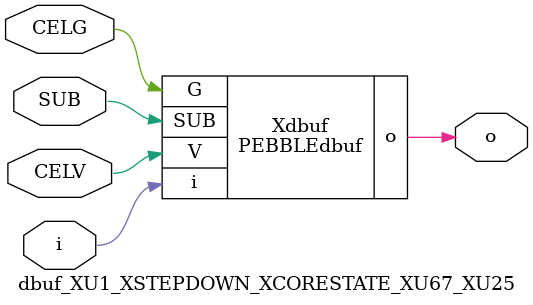
<source format=v>



module PEBBLEdbuf ( o, G, SUB, V, i );

  input V;
  input i;
  input G;
  output o;
  input SUB;
endmodule

//Celera Confidential Do Not Copy dbuf_XU1_XSTEPDOWN_XCORESTATE_XU67_XU25
//Celera Confidential Symbol Generator
//Digital Buffer
module dbuf_XU1_XSTEPDOWN_XCORESTATE_XU67_XU25 (CELV,CELG,i,o,SUB);
input CELV;
input CELG;
input i;
input SUB;
output o;

//Celera Confidential Do Not Copy dbuf
PEBBLEdbuf Xdbuf(
.V (CELV),
.i (i),
.o (o),
.SUB (SUB),
.G (CELG)
);
//,diesize,PEBBLEdbuf

//Celera Confidential Do Not Copy Module End
//Celera Schematic Generator
endmodule

</source>
